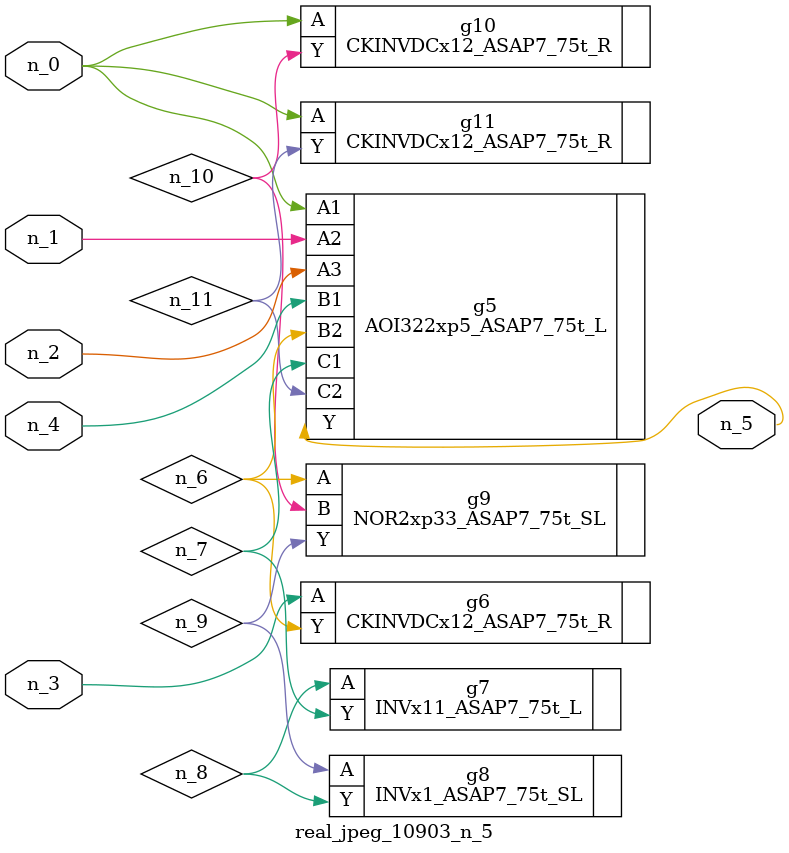
<source format=v>
module real_jpeg_10903_n_5 (n_4, n_0, n_1, n_2, n_3, n_5);

input n_4;
input n_0;
input n_1;
input n_2;
input n_3;

output n_5;

wire n_8;
wire n_11;
wire n_6;
wire n_7;
wire n_10;
wire n_9;

AOI322xp5_ASAP7_75t_L g5 ( 
.A1(n_0),
.A2(n_1),
.A3(n_2),
.B1(n_4),
.B2(n_6),
.C1(n_7),
.C2(n_11),
.Y(n_5)
);

CKINVDCx12_ASAP7_75t_R g10 ( 
.A(n_0),
.Y(n_10)
);

CKINVDCx12_ASAP7_75t_R g11 ( 
.A(n_0),
.Y(n_11)
);

CKINVDCx12_ASAP7_75t_R g6 ( 
.A(n_3),
.Y(n_6)
);

NOR2xp33_ASAP7_75t_SL g9 ( 
.A(n_6),
.B(n_10),
.Y(n_9)
);

INVx11_ASAP7_75t_L g7 ( 
.A(n_8),
.Y(n_7)
);

INVx1_ASAP7_75t_SL g8 ( 
.A(n_9),
.Y(n_8)
);


endmodule
</source>
